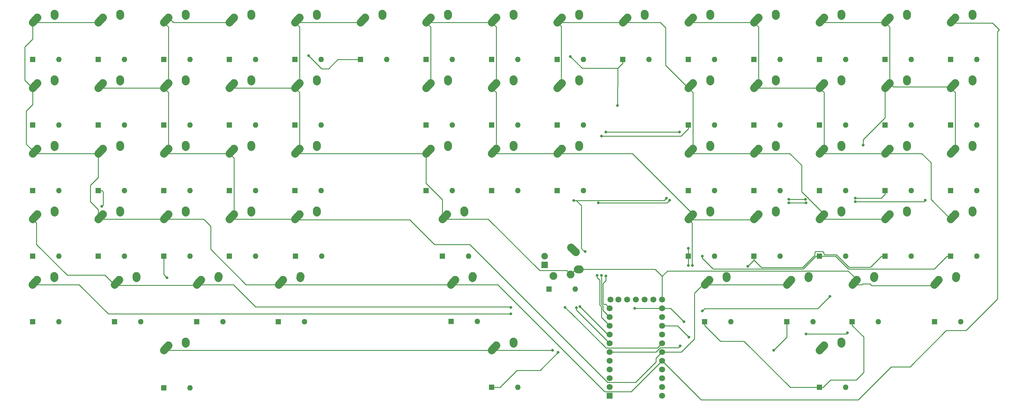
<source format=gbr>
G04 #@! TF.GenerationSoftware,KiCad,Pcbnew,(5.1.2)-2*
G04 #@! TF.CreationDate,2019-06-19T01:42:53+05:00*
G04 #@! TF.ProjectId,rudeboard,72756465-626f-4617-9264-2e6b69636164,1*
G04 #@! TF.SameCoordinates,Original*
G04 #@! TF.FileFunction,Copper,L1,Top*
G04 #@! TF.FilePolarity,Positive*
%FSLAX46Y46*%
G04 Gerber Fmt 4.6, Leading zero omitted, Abs format (unit mm)*
G04 Created by KiCad (PCBNEW (5.1.2)-2) date 2019-06-19 01:42:53*
%MOMM*%
%LPD*%
G04 APERTURE LIST*
%ADD10C,2.250000*%
%ADD11C,2.250000*%
%ADD12C,1.905000*%
%ADD13R,1.905000X1.905000*%
%ADD14C,1.752600*%
%ADD15R,1.752600X1.752600*%
%ADD16O,1.600000X1.600000*%
%ADD17R,1.600000X1.600000*%
%ADD18C,0.800000*%
%ADD19C,0.250000*%
G04 APERTURE END LIST*
D10*
X342114500Y-142812000D03*
X341459501Y-143542000D03*
D11*
X340804500Y-144272000D02*
X342114502Y-142812000D01*
D10*
X347154500Y-141732000D03*
X347134500Y-142022000D03*
D11*
X347114500Y-142312000D02*
X347154500Y-141732000D01*
D10*
X275439500Y-142812000D03*
X274784501Y-143542000D03*
D11*
X274129500Y-144272000D02*
X275439502Y-142812000D01*
D10*
X280479500Y-141732000D03*
X280459500Y-142022000D03*
D11*
X280439500Y-142312000D02*
X280479500Y-141732000D01*
D10*
X151614500Y-142812000D03*
X150959501Y-143542000D03*
D11*
X150304500Y-144272000D02*
X151614502Y-142812000D01*
D10*
X156654500Y-141732000D03*
X156634500Y-142022000D03*
D11*
X156614500Y-142312000D02*
X156654500Y-141732000D01*
D10*
X103989500Y-142812000D03*
X103334501Y-143542000D03*
D11*
X102679500Y-144272000D02*
X103989502Y-142812000D01*
D10*
X109029500Y-141732000D03*
X109009500Y-142022000D03*
D11*
X108989500Y-142312000D02*
X109029500Y-141732000D01*
D10*
X201620750Y-142812000D03*
X200965751Y-143542000D03*
D11*
X200310750Y-144272000D02*
X201620752Y-142812000D01*
D10*
X206660750Y-141732000D03*
X206640750Y-142022000D03*
D11*
X206620750Y-142312000D02*
X206660750Y-141732000D01*
D10*
X318302000Y-142812000D03*
X317647001Y-143542000D03*
D11*
X316992000Y-144272000D02*
X318302002Y-142812000D01*
D10*
X323342000Y-141732000D03*
X323322000Y-142022000D03*
D11*
X323302000Y-142312000D02*
X323342000Y-141732000D01*
D10*
X80113500Y-142812000D03*
X79458501Y-143542000D03*
D11*
X78803500Y-144272000D02*
X80113502Y-142812000D01*
D10*
X85153500Y-141732000D03*
X85133500Y-142022000D03*
D11*
X85113500Y-142312000D02*
X85153500Y-141732000D01*
D10*
X230164000Y-141787000D03*
X235164000Y-141287000D03*
D12*
X227584000Y-136017000D03*
D13*
X227584000Y-138557000D03*
D10*
X236664000Y-134787000D03*
X235934004Y-134131995D03*
D11*
X235204000Y-133477000D02*
X236664008Y-134786990D01*
D10*
X237744000Y-139827000D03*
X237454000Y-139806999D03*
D11*
X237164000Y-139787000D02*
X237744000Y-139826998D01*
D10*
X199239500Y-123762000D03*
X198584501Y-124492000D03*
D11*
X197929500Y-125222000D02*
X199239502Y-123762000D01*
D10*
X204279500Y-122682000D03*
X204259500Y-122972000D03*
D11*
X204239500Y-123262000D02*
X204279500Y-122682000D01*
D14*
X249047000Y-148590000D03*
X251587000Y-148590000D03*
X254127000Y-148590000D03*
X256667000Y-148590000D03*
X259207000Y-148590000D03*
X261747000Y-176530000D03*
X246735600Y-148590000D03*
X261747000Y-173990000D03*
X261747000Y-171450000D03*
X261747000Y-168910000D03*
X261747000Y-166370000D03*
X261747000Y-163830000D03*
X261747000Y-161290000D03*
X261747000Y-158750000D03*
X261747000Y-156210000D03*
X261747000Y-153670000D03*
X261747000Y-151130000D03*
X261747000Y-148590000D03*
X246507000Y-151130000D03*
X246507000Y-153670000D03*
X246507000Y-156210000D03*
X246507000Y-158750000D03*
X246507000Y-161290000D03*
X246507000Y-163830000D03*
X246507000Y-166370000D03*
X246507000Y-168910000D03*
X246507000Y-171450000D03*
X246507000Y-173990000D03*
D15*
X246507000Y-176530000D03*
D10*
X213527000Y-66612000D03*
X212872001Y-67342000D03*
D11*
X212217000Y-68072000D02*
X213527002Y-66612000D01*
D10*
X218567000Y-65532000D03*
X218547000Y-65822000D03*
D11*
X218527000Y-66112000D02*
X218567000Y-65532000D01*
D10*
X308777000Y-161862000D03*
X308122001Y-162592000D03*
D11*
X307467000Y-163322000D02*
X308777002Y-161862000D01*
D10*
X313817000Y-160782000D03*
X313797000Y-161072000D03*
D11*
X313777000Y-161362000D02*
X313817000Y-160782000D01*
D10*
X213527000Y-161862000D03*
X212872001Y-162592000D03*
D11*
X212217000Y-163322000D02*
X213527002Y-161862000D01*
D10*
X218567000Y-160782000D03*
X218547000Y-161072000D03*
D11*
X218527000Y-161362000D02*
X218567000Y-160782000D01*
D10*
X118277000Y-161862000D03*
X117622001Y-162592000D03*
D11*
X116967000Y-163322000D02*
X118277002Y-161862000D01*
D10*
X123317000Y-160782000D03*
X123297000Y-161072000D03*
D11*
X123277000Y-161362000D02*
X123317000Y-160782000D01*
D10*
X299252000Y-142812000D03*
X298597001Y-143542000D03*
D11*
X297942000Y-144272000D02*
X299252002Y-142812000D01*
D10*
X304292000Y-141732000D03*
X304272000Y-142022000D03*
D11*
X304252000Y-142312000D02*
X304292000Y-141732000D01*
D10*
X127802000Y-142812000D03*
X127147001Y-143542000D03*
D11*
X126492000Y-144272000D02*
X127802002Y-142812000D01*
D10*
X132842000Y-141732000D03*
X132822000Y-142022000D03*
D11*
X132802000Y-142312000D02*
X132842000Y-141732000D01*
D10*
X346877000Y-123762000D03*
X346222001Y-124492000D03*
D11*
X345567000Y-125222000D02*
X346877002Y-123762000D01*
D10*
X351917000Y-122682000D03*
X351897000Y-122972000D03*
D11*
X351877000Y-123262000D02*
X351917000Y-122682000D01*
D10*
X327827000Y-123762000D03*
X327172001Y-124492000D03*
D11*
X326517000Y-125222000D02*
X327827002Y-123762000D01*
D10*
X332867000Y-122682000D03*
X332847000Y-122972000D03*
D11*
X332827000Y-123262000D02*
X332867000Y-122682000D01*
D10*
X308777000Y-123762000D03*
X308122001Y-124492000D03*
D11*
X307467000Y-125222000D02*
X308777002Y-123762000D01*
D10*
X313817000Y-122682000D03*
X313797000Y-122972000D03*
D11*
X313777000Y-123262000D02*
X313817000Y-122682000D01*
D10*
X289727000Y-123762000D03*
X289072001Y-124492000D03*
D11*
X288417000Y-125222000D02*
X289727002Y-123762000D01*
D10*
X294767000Y-122682000D03*
X294747000Y-122972000D03*
D11*
X294727000Y-123262000D02*
X294767000Y-122682000D01*
D10*
X270677000Y-123762000D03*
X270022001Y-124492000D03*
D11*
X269367000Y-125222000D02*
X270677002Y-123762000D01*
D10*
X275717000Y-122682000D03*
X275697000Y-122972000D03*
D11*
X275677000Y-123262000D02*
X275717000Y-122682000D01*
D10*
X156377000Y-123762000D03*
X155722001Y-124492000D03*
D11*
X155067000Y-125222000D02*
X156377002Y-123762000D01*
D10*
X161417000Y-122682000D03*
X161397000Y-122972000D03*
D11*
X161377000Y-123262000D02*
X161417000Y-122682000D01*
D10*
X137327000Y-123762000D03*
X136672001Y-124492000D03*
D11*
X136017000Y-125222000D02*
X137327002Y-123762000D01*
D10*
X142367000Y-122682000D03*
X142347000Y-122972000D03*
D11*
X142327000Y-123262000D02*
X142367000Y-122682000D01*
D10*
X118277000Y-123762000D03*
X117622001Y-124492000D03*
D11*
X116967000Y-125222000D02*
X118277002Y-123762000D01*
D10*
X123317000Y-122682000D03*
X123297000Y-122972000D03*
D11*
X123277000Y-123262000D02*
X123317000Y-122682000D01*
D10*
X99227000Y-123762000D03*
X98572001Y-124492000D03*
D11*
X97917000Y-125222000D02*
X99227002Y-123762000D01*
D10*
X104267000Y-122682000D03*
X104247000Y-122972000D03*
D11*
X104227000Y-123262000D02*
X104267000Y-122682000D01*
D10*
X80177000Y-123762000D03*
X79522001Y-124492000D03*
D11*
X78867000Y-125222000D02*
X80177002Y-123762000D01*
D10*
X85217000Y-122682000D03*
X85197000Y-122972000D03*
D11*
X85177000Y-123262000D02*
X85217000Y-122682000D01*
D10*
X346877000Y-104712000D03*
X346222001Y-105442000D03*
D11*
X345567000Y-106172000D02*
X346877002Y-104712000D01*
D10*
X351917000Y-103632000D03*
X351897000Y-103922000D03*
D11*
X351877000Y-104212000D02*
X351917000Y-103632000D01*
D10*
X327827000Y-104712000D03*
X327172001Y-105442000D03*
D11*
X326517000Y-106172000D02*
X327827002Y-104712000D01*
D10*
X332867000Y-103632000D03*
X332847000Y-103922000D03*
D11*
X332827000Y-104212000D02*
X332867000Y-103632000D01*
D10*
X308777000Y-104712000D03*
X308122001Y-105442000D03*
D11*
X307467000Y-106172000D02*
X308777002Y-104712000D01*
D10*
X313817000Y-103632000D03*
X313797000Y-103922000D03*
D11*
X313777000Y-104212000D02*
X313817000Y-103632000D01*
D10*
X289727000Y-104712000D03*
X289072001Y-105442000D03*
D11*
X288417000Y-106172000D02*
X289727002Y-104712000D01*
D10*
X294767000Y-103632000D03*
X294747000Y-103922000D03*
D11*
X294727000Y-104212000D02*
X294767000Y-103632000D01*
D10*
X270677000Y-104712000D03*
X270022001Y-105442000D03*
D11*
X269367000Y-106172000D02*
X270677002Y-104712000D01*
D10*
X275717000Y-103632000D03*
X275697000Y-103922000D03*
D11*
X275677000Y-104212000D02*
X275717000Y-103632000D01*
D10*
X232577000Y-104712000D03*
X231922001Y-105442000D03*
D11*
X231267000Y-106172000D02*
X232577002Y-104712000D01*
D10*
X237617000Y-103632000D03*
X237597000Y-103922000D03*
D11*
X237577000Y-104212000D02*
X237617000Y-103632000D01*
D10*
X213527000Y-104712000D03*
X212872001Y-105442000D03*
D11*
X212217000Y-106172000D02*
X213527002Y-104712000D01*
D10*
X218567000Y-103632000D03*
X218547000Y-103922000D03*
D11*
X218527000Y-104212000D02*
X218567000Y-103632000D01*
D10*
X194477000Y-104712000D03*
X193822001Y-105442000D03*
D11*
X193167000Y-106172000D02*
X194477002Y-104712000D01*
D10*
X199517000Y-103632000D03*
X199497000Y-103922000D03*
D11*
X199477000Y-104212000D02*
X199517000Y-103632000D01*
D10*
X156377000Y-104712000D03*
X155722001Y-105442000D03*
D11*
X155067000Y-106172000D02*
X156377002Y-104712000D01*
D10*
X161417000Y-103632000D03*
X161397000Y-103922000D03*
D11*
X161377000Y-104212000D02*
X161417000Y-103632000D01*
D10*
X137327000Y-104712000D03*
X136672001Y-105442000D03*
D11*
X136017000Y-106172000D02*
X137327002Y-104712000D01*
D10*
X142367000Y-103632000D03*
X142347000Y-103922000D03*
D11*
X142327000Y-104212000D02*
X142367000Y-103632000D01*
D10*
X118277000Y-104712000D03*
X117622001Y-105442000D03*
D11*
X116967000Y-106172000D02*
X118277002Y-104712000D01*
D10*
X123317000Y-103632000D03*
X123297000Y-103922000D03*
D11*
X123277000Y-104212000D02*
X123317000Y-103632000D01*
D10*
X99227000Y-104712000D03*
X98572001Y-105442000D03*
D11*
X97917000Y-106172000D02*
X99227002Y-104712000D01*
D10*
X104267000Y-103632000D03*
X104247000Y-103922000D03*
D11*
X104227000Y-104212000D02*
X104267000Y-103632000D01*
D10*
X80177000Y-104712000D03*
X79522001Y-105442000D03*
D11*
X78867000Y-106172000D02*
X80177002Y-104712000D01*
D10*
X85217000Y-103632000D03*
X85197000Y-103922000D03*
D11*
X85177000Y-104212000D02*
X85217000Y-103632000D01*
D10*
X346877000Y-85662000D03*
X346222001Y-86392000D03*
D11*
X345567000Y-87122000D02*
X346877002Y-85662000D01*
D10*
X351917000Y-84582000D03*
X351897000Y-84872000D03*
D11*
X351877000Y-85162000D02*
X351917000Y-84582000D01*
D10*
X327827000Y-85662000D03*
X327172001Y-86392000D03*
D11*
X326517000Y-87122000D02*
X327827002Y-85662000D01*
D10*
X332867000Y-84582000D03*
X332847000Y-84872000D03*
D11*
X332827000Y-85162000D02*
X332867000Y-84582000D01*
D10*
X308777000Y-85662000D03*
X308122001Y-86392000D03*
D11*
X307467000Y-87122000D02*
X308777002Y-85662000D01*
D10*
X313817000Y-84582000D03*
X313797000Y-84872000D03*
D11*
X313777000Y-85162000D02*
X313817000Y-84582000D01*
D10*
X289727000Y-85662000D03*
X289072001Y-86392000D03*
D11*
X288417000Y-87122000D02*
X289727002Y-85662000D01*
D10*
X294767000Y-84582000D03*
X294747000Y-84872000D03*
D11*
X294727000Y-85162000D02*
X294767000Y-84582000D01*
D10*
X270677000Y-85662000D03*
X270022001Y-86392000D03*
D11*
X269367000Y-87122000D02*
X270677002Y-85662000D01*
D10*
X275717000Y-84582000D03*
X275697000Y-84872000D03*
D11*
X275677000Y-85162000D02*
X275717000Y-84582000D01*
D10*
X232577000Y-85662000D03*
X231922001Y-86392000D03*
D11*
X231267000Y-87122000D02*
X232577002Y-85662000D01*
D10*
X237617000Y-84582000D03*
X237597000Y-84872000D03*
D11*
X237577000Y-85162000D02*
X237617000Y-84582000D01*
D10*
X213527000Y-85662000D03*
X212872001Y-86392000D03*
D11*
X212217000Y-87122000D02*
X213527002Y-85662000D01*
D10*
X218567000Y-84582000D03*
X218547000Y-84872000D03*
D11*
X218527000Y-85162000D02*
X218567000Y-84582000D01*
D10*
X194477000Y-85662000D03*
X193822001Y-86392000D03*
D11*
X193167000Y-87122000D02*
X194477002Y-85662000D01*
D10*
X199517000Y-84582000D03*
X199497000Y-84872000D03*
D11*
X199477000Y-85162000D02*
X199517000Y-84582000D01*
D10*
X156377000Y-85662000D03*
X155722001Y-86392000D03*
D11*
X155067000Y-87122000D02*
X156377002Y-85662000D01*
D10*
X161417000Y-84582000D03*
X161397000Y-84872000D03*
D11*
X161377000Y-85162000D02*
X161417000Y-84582000D01*
D10*
X137327000Y-85662000D03*
X136672001Y-86392000D03*
D11*
X136017000Y-87122000D02*
X137327002Y-85662000D01*
D10*
X142367000Y-84582000D03*
X142347000Y-84872000D03*
D11*
X142327000Y-85162000D02*
X142367000Y-84582000D01*
D10*
X118277000Y-85662000D03*
X117622001Y-86392000D03*
D11*
X116967000Y-87122000D02*
X118277002Y-85662000D01*
D10*
X123317000Y-84582000D03*
X123297000Y-84872000D03*
D11*
X123277000Y-85162000D02*
X123317000Y-84582000D01*
D10*
X99227000Y-85662000D03*
X98572001Y-86392000D03*
D11*
X97917000Y-87122000D02*
X99227002Y-85662000D01*
D10*
X104267000Y-84582000D03*
X104247000Y-84872000D03*
D11*
X104227000Y-85162000D02*
X104267000Y-84582000D01*
D10*
X80177000Y-85662000D03*
X79522001Y-86392000D03*
D11*
X78867000Y-87122000D02*
X80177002Y-85662000D01*
D10*
X85217000Y-84582000D03*
X85197000Y-84872000D03*
D11*
X85177000Y-85162000D02*
X85217000Y-84582000D01*
D10*
X346877000Y-66612000D03*
X346222001Y-67342000D03*
D11*
X345567000Y-68072000D02*
X346877002Y-66612000D01*
D10*
X351917000Y-65532000D03*
X351897000Y-65822000D03*
D11*
X351877000Y-66112000D02*
X351917000Y-65532000D01*
D10*
X327827000Y-66612000D03*
X327172001Y-67342000D03*
D11*
X326517000Y-68072000D02*
X327827002Y-66612000D01*
D10*
X332867000Y-65532000D03*
X332847000Y-65822000D03*
D11*
X332827000Y-66112000D02*
X332867000Y-65532000D01*
D10*
X308777000Y-66612000D03*
X308122001Y-67342000D03*
D11*
X307467000Y-68072000D02*
X308777002Y-66612000D01*
D10*
X313817000Y-65532000D03*
X313797000Y-65822000D03*
D11*
X313777000Y-66112000D02*
X313817000Y-65532000D01*
D10*
X289727000Y-66612000D03*
X289072001Y-67342000D03*
D11*
X288417000Y-68072000D02*
X289727002Y-66612000D01*
D10*
X294767000Y-65532000D03*
X294747000Y-65822000D03*
D11*
X294727000Y-66112000D02*
X294767000Y-65532000D01*
D10*
X270677000Y-66612000D03*
X270022001Y-67342000D03*
D11*
X269367000Y-68072000D02*
X270677002Y-66612000D01*
D10*
X275717000Y-65532000D03*
X275697000Y-65822000D03*
D11*
X275677000Y-66112000D02*
X275717000Y-65532000D01*
D10*
X251627000Y-66612000D03*
X250972001Y-67342000D03*
D11*
X250317000Y-68072000D02*
X251627002Y-66612000D01*
D10*
X256667000Y-65532000D03*
X256647000Y-65822000D03*
D11*
X256627000Y-66112000D02*
X256667000Y-65532000D01*
D10*
X232577000Y-66612000D03*
X231922001Y-67342000D03*
D11*
X231267000Y-68072000D02*
X232577002Y-66612000D01*
D10*
X237617000Y-65532000D03*
X237597000Y-65822000D03*
D11*
X237577000Y-66112000D02*
X237617000Y-65532000D01*
D10*
X194477000Y-66612000D03*
X193822001Y-67342000D03*
D11*
X193167000Y-68072000D02*
X194477002Y-66612000D01*
D10*
X199517000Y-65532000D03*
X199497000Y-65822000D03*
D11*
X199477000Y-66112000D02*
X199517000Y-65532000D01*
D10*
X175427000Y-66612000D03*
X174772001Y-67342000D03*
D11*
X174117000Y-68072000D02*
X175427002Y-66612000D01*
D10*
X180467000Y-65532000D03*
X180447000Y-65822000D03*
D11*
X180427000Y-66112000D02*
X180467000Y-65532000D01*
D10*
X156377000Y-66612000D03*
X155722001Y-67342000D03*
D11*
X155067000Y-68072000D02*
X156377002Y-66612000D01*
D10*
X161417000Y-65532000D03*
X161397000Y-65822000D03*
D11*
X161377000Y-66112000D02*
X161417000Y-65532000D01*
D10*
X137327000Y-66612000D03*
X136672001Y-67342000D03*
D11*
X136017000Y-68072000D02*
X137327002Y-66612000D01*
D10*
X142367000Y-65532000D03*
X142347000Y-65822000D03*
D11*
X142327000Y-66112000D02*
X142367000Y-65532000D01*
D10*
X118277000Y-66612000D03*
X117622001Y-67342000D03*
D11*
X116967000Y-68072000D02*
X118277002Y-66612000D01*
D10*
X123317000Y-65532000D03*
X123297000Y-65822000D03*
D11*
X123277000Y-66112000D02*
X123317000Y-65532000D01*
D10*
X99227000Y-66612000D03*
X98572001Y-67342000D03*
D11*
X97917000Y-68072000D02*
X99227002Y-66612000D01*
D10*
X104267000Y-65532000D03*
X104247000Y-65822000D03*
D11*
X104227000Y-66112000D02*
X104267000Y-65532000D01*
D10*
X80177000Y-66612000D03*
X79522001Y-67342000D03*
D11*
X78867000Y-68072000D02*
X80177002Y-66612000D01*
D10*
X85217000Y-65532000D03*
X85197000Y-65822000D03*
D11*
X85177000Y-66112000D02*
X85217000Y-65532000D01*
D16*
X315087000Y-174117000D03*
D17*
X307467000Y-174117000D03*
D16*
X219837000Y-174117000D03*
D17*
X212217000Y-174117000D03*
D16*
X124587000Y-174244000D03*
D17*
X116967000Y-174244000D03*
D16*
X348488000Y-155067000D03*
D17*
X340868000Y-155067000D03*
D16*
X324548500Y-155067000D03*
D17*
X316928500Y-155067000D03*
D16*
X305562000Y-155067000D03*
D17*
X297942000Y-155067000D03*
D16*
X281686000Y-155067000D03*
D17*
X274066000Y-155067000D03*
D16*
X208026000Y-154940000D03*
D17*
X200406000Y-154940000D03*
D16*
X157861000Y-155067000D03*
D17*
X150241000Y-155067000D03*
D16*
X134112000Y-155067000D03*
D17*
X126492000Y-155067000D03*
D16*
X110299500Y-155067000D03*
D17*
X102679500Y-155067000D03*
D16*
X86487000Y-155067000D03*
D17*
X78867000Y-155067000D03*
D16*
X353187000Y-136017000D03*
D17*
X345567000Y-136017000D03*
D16*
X334137000Y-136017000D03*
D17*
X326517000Y-136017000D03*
D16*
X315087000Y-136017000D03*
D17*
X307467000Y-136017000D03*
D16*
X296037000Y-136017000D03*
D17*
X288417000Y-136017000D03*
D16*
X276987000Y-136017000D03*
D17*
X269367000Y-136017000D03*
D16*
X236474000Y-145542000D03*
D17*
X228854000Y-145542000D03*
D16*
X205486000Y-136017000D03*
D17*
X197866000Y-136017000D03*
D16*
X162814000Y-136017000D03*
D17*
X155194000Y-136017000D03*
D16*
X143637000Y-136017000D03*
D17*
X136017000Y-136017000D03*
D16*
X124587000Y-136017000D03*
D17*
X116967000Y-136017000D03*
D16*
X105537000Y-136017000D03*
D17*
X97917000Y-136017000D03*
D16*
X86487000Y-136017000D03*
D17*
X78867000Y-136017000D03*
D16*
X353187000Y-116967000D03*
D17*
X345567000Y-116967000D03*
D16*
X334137000Y-116967000D03*
D17*
X326517000Y-116967000D03*
D16*
X315087000Y-116967000D03*
D17*
X307467000Y-116967000D03*
D16*
X296037000Y-116967000D03*
D17*
X288417000Y-116967000D03*
D16*
X276987000Y-116967000D03*
D17*
X269367000Y-116967000D03*
D16*
X238887000Y-116967000D03*
D17*
X231267000Y-116967000D03*
D16*
X219837000Y-116967000D03*
D17*
X212217000Y-116967000D03*
D16*
X200787000Y-116967000D03*
D17*
X193167000Y-116967000D03*
D16*
X162687000Y-116967000D03*
D17*
X155067000Y-116967000D03*
D16*
X143637000Y-116967000D03*
D17*
X136017000Y-116967000D03*
D16*
X124587000Y-116967000D03*
D17*
X116967000Y-116967000D03*
D16*
X105537000Y-116967000D03*
D17*
X97917000Y-116967000D03*
D16*
X86487000Y-116967000D03*
D17*
X78867000Y-116967000D03*
D16*
X353187000Y-97917000D03*
D17*
X345567000Y-97917000D03*
D16*
X334137000Y-97917000D03*
D17*
X326517000Y-97917000D03*
D16*
X315087000Y-97917000D03*
D17*
X307467000Y-97917000D03*
D16*
X296037000Y-97917000D03*
D17*
X288417000Y-97917000D03*
D16*
X276987000Y-97917000D03*
D17*
X269367000Y-97917000D03*
D16*
X238887000Y-97917000D03*
D17*
X231267000Y-97917000D03*
D16*
X219837000Y-97917000D03*
D17*
X212217000Y-97917000D03*
D16*
X200787000Y-97917000D03*
D17*
X193167000Y-97917000D03*
D16*
X162687000Y-97917000D03*
D17*
X155067000Y-97917000D03*
D16*
X143637000Y-97917000D03*
D17*
X136017000Y-97917000D03*
D16*
X124587000Y-97917000D03*
D17*
X116967000Y-97917000D03*
D16*
X105537000Y-97917000D03*
D17*
X97917000Y-97917000D03*
D16*
X86487000Y-97917000D03*
D17*
X78867000Y-97917000D03*
D16*
X353187000Y-78867000D03*
D17*
X345567000Y-78867000D03*
D16*
X334137000Y-78867000D03*
D17*
X326517000Y-78867000D03*
D16*
X315087000Y-78867000D03*
D17*
X307467000Y-78867000D03*
D16*
X296037000Y-78867000D03*
D17*
X288417000Y-78867000D03*
D16*
X276987000Y-78867000D03*
D17*
X269367000Y-78867000D03*
D16*
X257937000Y-78867000D03*
D17*
X250317000Y-78867000D03*
D16*
X238887000Y-78867000D03*
D17*
X231267000Y-78867000D03*
D16*
X219837000Y-78867000D03*
D17*
X212217000Y-78867000D03*
D16*
X200787000Y-78867000D03*
D17*
X193167000Y-78867000D03*
D16*
X181737000Y-78867000D03*
D17*
X174117000Y-78867000D03*
D16*
X162687000Y-78867000D03*
D17*
X155067000Y-78867000D03*
D16*
X143637000Y-78867000D03*
D17*
X136017000Y-78867000D03*
D16*
X124587000Y-78867000D03*
D17*
X116967000Y-78867000D03*
D16*
X105537000Y-78867000D03*
D17*
X97917000Y-78867000D03*
D16*
X86487000Y-78867000D03*
D17*
X78867000Y-78867000D03*
D18*
X159004000Y-77724000D03*
X235077000Y-77978000D03*
X248793000Y-92202000D03*
X266827000Y-99949000D03*
X245364000Y-99949000D03*
X245364000Y-141732000D03*
X244094000Y-101092000D03*
X244094000Y-141605000D03*
X243205000Y-120523000D03*
X263906000Y-119761000D03*
X298577000Y-120523000D03*
X317881000Y-120142000D03*
X338201000Y-119761000D03*
X303530000Y-120523000D03*
X242824000Y-141605000D03*
X98933000Y-121539000D03*
X236093000Y-119798000D03*
X239395000Y-134620000D03*
X237871000Y-150622000D03*
X263017000Y-119126000D03*
X298577000Y-119507000D03*
X303403000Y-119507000D03*
X317881000Y-119126000D03*
X236855000Y-151003000D03*
X269367000Y-138684000D03*
X269367000Y-133731000D03*
X273431000Y-136017000D03*
X117856000Y-142240000D03*
X233553000Y-150876000D03*
X286639000Y-138938000D03*
X231525653Y-163952347D03*
X303530000Y-158623000D03*
X315595000Y-158242000D03*
X266954000Y-162052000D03*
X294132000Y-163322000D03*
X270510000Y-138684000D03*
X229870000Y-163322000D03*
X269494000Y-159512000D03*
X217805000Y-152781000D03*
X217805000Y-150876000D03*
X253746000Y-151130000D03*
X310515000Y-147701000D03*
X273431000Y-151892000D03*
X268097000Y-155067000D03*
X320167000Y-103759000D03*
D19*
X159004000Y-77724000D02*
X162814000Y-81534000D01*
X162814000Y-81534000D02*
X164846000Y-81534000D01*
X167513000Y-78867000D02*
X174117000Y-78867000D01*
X164846000Y-81534000D02*
X167513000Y-78867000D01*
X250317000Y-79917000D02*
X250317000Y-78867000D01*
X248827000Y-81407000D02*
X250317000Y-79917000D01*
X238506000Y-81407000D02*
X248827000Y-81407000D01*
X235077000Y-77978000D02*
X238506000Y-81407000D01*
X248827000Y-81407000D02*
X248793000Y-92202000D01*
X245364000Y-99949000D02*
X266827000Y-99949000D01*
X244729000Y-149987000D02*
X245364000Y-149987000D01*
X244544010Y-149802010D02*
X244729000Y-149987000D01*
X245364000Y-149987000D02*
X246507000Y-151130000D01*
X245364000Y-141732000D02*
X245364000Y-143129000D01*
X245364000Y-143129000D02*
X244544010Y-143948990D01*
X244544010Y-143948990D02*
X244544010Y-149802010D01*
X244094000Y-101092000D02*
X267242000Y-101092000D01*
X267242000Y-101092000D02*
X269367000Y-98967000D01*
X269367000Y-98967000D02*
X269367000Y-97917000D01*
X244542599Y-151705599D02*
X246507000Y-153670000D01*
X244542599Y-150437009D02*
X244542599Y-151705599D01*
X244094000Y-141605000D02*
X244094001Y-149988411D01*
X244094001Y-149988411D02*
X244542599Y-150437009D01*
X243205000Y-120523000D02*
X262001000Y-120523000D01*
X262001000Y-120523000D02*
X263144000Y-120523000D01*
X263144000Y-120523000D02*
X263906000Y-119761000D01*
X317881000Y-120142000D02*
X337820000Y-120142000D01*
X337820000Y-120142000D02*
X338201000Y-119761000D01*
X303530000Y-120523000D02*
X298577000Y-120523000D01*
X242824000Y-142170685D02*
X243528315Y-142875000D01*
X242824000Y-141605000D02*
X242824000Y-142170685D01*
X243643992Y-142932992D02*
X243643992Y-150174812D01*
X243528315Y-142875000D02*
X243586000Y-142875000D01*
X243586000Y-142875000D02*
X243643992Y-142932992D01*
X245630701Y-155333701D02*
X246507000Y-156210000D01*
X244092589Y-153795589D02*
X245630701Y-155333701D01*
X244092589Y-150623409D02*
X244092589Y-153795589D01*
X243643992Y-150174812D02*
X244092589Y-150623409D01*
X98967000Y-116967000D02*
X97917000Y-116967000D01*
X99332999Y-117332999D02*
X98967000Y-116967000D01*
X99332999Y-121139001D02*
X99332999Y-117332999D01*
X98933000Y-121539000D02*
X99332999Y-121139001D01*
X236093000Y-119798000D02*
X236765000Y-119798000D01*
X236765000Y-119798000D02*
X238252000Y-121285000D01*
X238252000Y-121285000D02*
X238252000Y-127000000D01*
X238252000Y-127000000D02*
X238252000Y-133731000D01*
X238252000Y-133731000D02*
X239141000Y-134620000D01*
X239141000Y-134620000D02*
X239395000Y-134620000D01*
X245999000Y-158750000D02*
X246507000Y-158750000D01*
X237871000Y-150622000D02*
X245999000Y-158750000D01*
X236765000Y-119798000D02*
X262345000Y-119798000D01*
X262345000Y-119798000D02*
X263017000Y-119126000D01*
X298577000Y-119507000D02*
X303403000Y-119507000D01*
X326517000Y-118017000D02*
X326517000Y-116967000D01*
X325408000Y-119126000D02*
X326517000Y-118017000D01*
X317881000Y-119126000D02*
X325408000Y-119126000D01*
X236855000Y-151638000D02*
X246507000Y-161290000D01*
X236855000Y-151003000D02*
X236855000Y-151638000D01*
X269367000Y-136017000D02*
X269367000Y-137067000D01*
X269367000Y-137067000D02*
X269367000Y-138684000D01*
X269367000Y-136017000D02*
X269367000Y-133731000D01*
X273431000Y-136582685D02*
X276548315Y-139700000D01*
X273431000Y-136017000D02*
X273431000Y-136582685D01*
X306417000Y-136017000D02*
X307467000Y-136017000D01*
X302734000Y-139700000D02*
X306417000Y-136017000D01*
X276548315Y-139700000D02*
X302734000Y-139700000D01*
X312143410Y-136017000D02*
X315826410Y-139700000D01*
X307467000Y-136017000D02*
X312143410Y-136017000D01*
X344517000Y-136017000D02*
X345567000Y-136017000D01*
X340834000Y-139700000D02*
X344517000Y-136017000D01*
X315826410Y-139700000D02*
X340834000Y-139700000D01*
X116967000Y-136017000D02*
X116967000Y-141351000D01*
X116967000Y-141351000D02*
X117856000Y-142240000D01*
X235204000Y-152527000D02*
X245237000Y-162433000D01*
X233553000Y-150876000D02*
X235204000Y-152527000D01*
X260870701Y-162166299D02*
X261747000Y-161290000D01*
X260408301Y-162628699D02*
X260870701Y-162166299D01*
X245432699Y-162628699D02*
X260408301Y-162628699D01*
X245237000Y-162433000D02*
X245432699Y-162628699D01*
X325467000Y-136017000D02*
X326517000Y-136017000D01*
X306324000Y-134620000D02*
X308356000Y-134620000D01*
X306070000Y-135727590D02*
X306070000Y-134874000D01*
X308737000Y-135001000D02*
X308737000Y-135382000D01*
X302547600Y-139249990D02*
X306070000Y-135727590D01*
X306070000Y-134874000D02*
X306324000Y-134620000D01*
X290599990Y-139249990D02*
X302547600Y-139249990D01*
X312801000Y-136017000D02*
X315976000Y-139192000D01*
X288417000Y-137067000D02*
X290599990Y-139249990D01*
X288417000Y-136017000D02*
X288417000Y-137067000D01*
X308356000Y-134620000D02*
X308737000Y-135001000D01*
X308737000Y-135382000D02*
X308921990Y-135566990D01*
X308921990Y-135566990D02*
X312329810Y-135566990D01*
X312329810Y-135566990D02*
X312779820Y-136017000D01*
X312779820Y-136017000D02*
X312801000Y-136017000D01*
X315976000Y-139192000D02*
X322292000Y-139192000D01*
X322292000Y-139192000D02*
X325467000Y-136017000D01*
X288417000Y-137067000D02*
X288417000Y-137160000D01*
X288417000Y-137160000D02*
X286639000Y-138938000D01*
X298958000Y-174117000D02*
X307467000Y-174117000D01*
X285567001Y-160726001D02*
X298958000Y-174117000D01*
X278675001Y-160726001D02*
X285567001Y-160726001D01*
X274066000Y-155067000D02*
X274066000Y-156117000D01*
X274066000Y-156117000D02*
X278675001Y-160726001D01*
X316928500Y-156117000D02*
X320294000Y-159482500D01*
X316928500Y-155067000D02*
X316928500Y-156117000D01*
X320294000Y-159482500D02*
X320294000Y-169799000D01*
X320294000Y-169799000D02*
X318135000Y-171958000D01*
X308517000Y-174117000D02*
X307467000Y-174117000D01*
X310676000Y-171958000D02*
X308517000Y-174117000D01*
X318135000Y-171958000D02*
X310676000Y-171958000D01*
X214628002Y-174117000D02*
X219581002Y-169164000D01*
X212217000Y-174117000D02*
X214628002Y-174117000D01*
X219581002Y-169164000D02*
X226314000Y-169164000D01*
X226314000Y-169164000D02*
X231525653Y-163952347D01*
X303530000Y-158623000D02*
X315214000Y-158623000D01*
X315214000Y-158623000D02*
X315595000Y-158242000D01*
X259969074Y-163830000D02*
X261239074Y-162560000D01*
X246507000Y-163830000D02*
X259969074Y-163830000D01*
X261239074Y-162560000D02*
X266446000Y-162560000D01*
X266446000Y-162560000D02*
X266954000Y-162052000D01*
X297942000Y-159512000D02*
X297942000Y-155067000D01*
X294132000Y-163322000D02*
X297942000Y-159512000D01*
X97917000Y-68072000D02*
X97917000Y-66675000D01*
X81637000Y-68072000D02*
X78867000Y-68072000D01*
X97917000Y-68072000D02*
X81637000Y-68072000D01*
X78867000Y-68072000D02*
X78867000Y-72898000D01*
X78867000Y-72898000D02*
X76581000Y-75184000D01*
X76581000Y-84836000D02*
X78867000Y-87122000D01*
X76581000Y-75184000D02*
X76581000Y-84836000D01*
X78867000Y-87122000D02*
X78867000Y-91948000D01*
X76962000Y-93853000D02*
X76962000Y-103378000D01*
X78867000Y-91948000D02*
X76962000Y-93853000D01*
X78296000Y-104712000D02*
X80177000Y-104712000D01*
X76962000Y-103378000D02*
X78296000Y-104712000D01*
X78867000Y-106172000D02*
X97917000Y-106172000D01*
X97917000Y-106172000D02*
X97917000Y-113157000D01*
X97917000Y-113157000D02*
X95631000Y-115443000D01*
X97917000Y-122452000D02*
X97917000Y-125222000D01*
X95631000Y-120166000D02*
X97917000Y-122452000D01*
X95631000Y-115443000D02*
X95631000Y-120166000D01*
X97917000Y-125222000D02*
X116967000Y-125222000D01*
X140843000Y-144272000D02*
X150304500Y-144272000D01*
X130556000Y-133985000D02*
X140843000Y-144272000D01*
X130556000Y-127254000D02*
X130556000Y-133985000D01*
X116967000Y-125222000D02*
X128524000Y-125222000D01*
X128524000Y-125222000D02*
X130556000Y-127254000D01*
X150304500Y-144272000D02*
X200310750Y-144272000D01*
X200310750Y-144272000D02*
X213995000Y-144272000D01*
X260870701Y-167246299D02*
X261747000Y-166370000D01*
X252788301Y-175328699D02*
X260870701Y-167246299D01*
X245051699Y-175328699D02*
X252788301Y-175328699D01*
X213995000Y-144272000D02*
X245051699Y-175328699D01*
X345567000Y-67922000D02*
X346877000Y-66612000D01*
X345567000Y-68072000D02*
X345567000Y-67922000D01*
X345567000Y-68072000D02*
X345788099Y-68293099D01*
X356583099Y-68293099D02*
X356710099Y-68293099D01*
X345788099Y-68293099D02*
X356583099Y-68293099D01*
X262623299Y-167246299D02*
X261747000Y-166370000D01*
X273108301Y-177731301D02*
X262623299Y-167246299D01*
X318711699Y-177731301D02*
X273108301Y-177731301D01*
X328295000Y-168148000D02*
X318711699Y-177731301D01*
X333756000Y-168148000D02*
X328295000Y-168148000D01*
X344297000Y-157607000D02*
X333756000Y-168148000D01*
X356583099Y-68293099D02*
X357726099Y-68293099D01*
X357726099Y-68293099D02*
X359664000Y-70231000D01*
X359664000Y-70231000D02*
X359196235Y-70698765D01*
X359196235Y-70698765D02*
X359196235Y-148422765D01*
X359196235Y-148422765D02*
X350012000Y-157607000D01*
X350012000Y-157607000D02*
X344297000Y-157607000D01*
X119737000Y-68072000D02*
X118277000Y-66612000D01*
X136017000Y-68072000D02*
X119737000Y-68072000D01*
X118277000Y-69382000D02*
X118277000Y-85662000D01*
X116967000Y-68072000D02*
X118277000Y-69382000D01*
X97917000Y-87122000D02*
X116967000Y-87122000D01*
X118277000Y-104862000D02*
X116967000Y-106172000D01*
X118277000Y-88432000D02*
X118277000Y-104862000D01*
X116967000Y-87122000D02*
X118277000Y-88432000D01*
X116967000Y-106172000D02*
X136017000Y-106172000D01*
X137327000Y-107482000D02*
X137327000Y-123762000D01*
X136017000Y-106172000D02*
X137327000Y-107482000D01*
X136017000Y-125222000D02*
X155067000Y-125222000D01*
X155288099Y-125443099D02*
X188435099Y-125443099D01*
X155067000Y-125222000D02*
X155288099Y-125443099D01*
X188435099Y-125443099D02*
X195580000Y-132588000D01*
X245930375Y-172651301D02*
X254068699Y-172651301D01*
X195580000Y-132588000D02*
X205867074Y-132588000D01*
X205867074Y-132588000D02*
X245930375Y-172651301D01*
X254068699Y-172651301D02*
X259969000Y-166751000D01*
X259969000Y-165608000D02*
X261747000Y-163830000D01*
X259969000Y-166751000D02*
X259969000Y-165608000D01*
X267335000Y-163830000D02*
X261747000Y-163830000D01*
X271145000Y-160020000D02*
X267335000Y-163830000D01*
X271145000Y-146750498D02*
X271145000Y-160020000D01*
X274129500Y-144272000D02*
X273623498Y-144272000D01*
X273623498Y-144272000D02*
X271145000Y-146750498D01*
X274129500Y-144272000D02*
X297942000Y-144272000D01*
X157837000Y-68072000D02*
X155067000Y-68072000D01*
X174117000Y-68072000D02*
X157837000Y-68072000D01*
X156377000Y-69382000D02*
X156377000Y-85662000D01*
X155067000Y-68072000D02*
X156377000Y-69382000D01*
X136017000Y-87122000D02*
X155067000Y-87122000D01*
X156377000Y-88432000D02*
X156377000Y-104712000D01*
X155067000Y-87122000D02*
X156377000Y-88432000D01*
X155067000Y-106172000D02*
X193167000Y-106172000D01*
X197929500Y-119544498D02*
X197929500Y-125222000D01*
X193167000Y-114781998D02*
X197929500Y-119544498D01*
X193167000Y-106172000D02*
X193167000Y-114781998D01*
X197929500Y-125222000D02*
X211201000Y-125222000D01*
X234039001Y-140162001D02*
X235164000Y-141287000D01*
X226141001Y-140162001D02*
X234039001Y-140162001D01*
X211201000Y-125222000D02*
X226141001Y-140162001D01*
X236664000Y-139787000D02*
X235164000Y-141287000D01*
X237164000Y-139787000D02*
X236664000Y-139787000D01*
X237164000Y-139787000D02*
X239101000Y-139787000D01*
X261747000Y-141859000D02*
X261747000Y-148590000D01*
X237164000Y-139787000D02*
X259675000Y-139787000D01*
X259675000Y-139787000D02*
X261747000Y-141859000D01*
X317177001Y-141687001D02*
X318302000Y-142812000D01*
X315771999Y-140281999D02*
X317177001Y-141687001D01*
X263324001Y-140281999D02*
X315771999Y-140281999D01*
X261747000Y-141859000D02*
X263324001Y-140281999D01*
X316992000Y-144122000D02*
X318302000Y-142812000D01*
X316992000Y-144272000D02*
X316992000Y-144122000D01*
X340291844Y-143759344D02*
X340804500Y-144272000D01*
X316992000Y-144272000D02*
X317504656Y-143759344D01*
X316992000Y-144272000D02*
X319786000Y-144272000D01*
X319786000Y-144272000D02*
X320040000Y-144018000D01*
X320040000Y-144018000D02*
X322072000Y-144018000D01*
X322072000Y-144018000D02*
X322580000Y-144526000D01*
X340550500Y-144526000D02*
X340804500Y-144272000D01*
X322580000Y-144526000D02*
X340550500Y-144526000D01*
X194477000Y-84071010D02*
X194477000Y-85662000D01*
X193167000Y-68072000D02*
X212217000Y-68072000D01*
X213527000Y-85812000D02*
X212217000Y-87122000D01*
X213527000Y-69382000D02*
X213527000Y-85812000D01*
X212217000Y-68072000D02*
X213527000Y-69382000D01*
X194477000Y-69382000D02*
X194477000Y-85662000D01*
X193167000Y-68072000D02*
X194477000Y-69382000D01*
X213527000Y-88432000D02*
X213527000Y-104712000D01*
X212217000Y-87122000D02*
X213527000Y-88432000D01*
X212217000Y-106172000D02*
X231267000Y-106172000D01*
X253087000Y-106172000D02*
X270677000Y-123762000D01*
X231267000Y-106172000D02*
X253087000Y-106172000D01*
X288195901Y-125443099D02*
X288417000Y-125222000D01*
X269588099Y-125443099D02*
X288195901Y-125443099D01*
X269367000Y-125222000D02*
X269588099Y-125443099D01*
X270492001Y-138666001D02*
X270510000Y-138684000D01*
X269367000Y-125222000D02*
X270492001Y-126347001D01*
X270492001Y-126347001D02*
X270492001Y-138666001D01*
X116967000Y-163322000D02*
X212217000Y-163322000D01*
X212217000Y-163322000D02*
X229870000Y-163322000D01*
X232410000Y-69215000D02*
X231267000Y-68072000D01*
X232410000Y-85979000D02*
X232410000Y-69215000D01*
X231267000Y-87122000D02*
X232410000Y-85979000D01*
X231267000Y-68072000D02*
X250317000Y-68072000D01*
X250317000Y-68072000D02*
X261239000Y-68072000D01*
X261239000Y-68072000D02*
X262763000Y-69596000D01*
X262763000Y-80518000D02*
X269367000Y-87122000D01*
X262763000Y-69596000D02*
X262763000Y-80518000D01*
X270677000Y-88432000D02*
X270677000Y-104712000D01*
X269367000Y-87122000D02*
X270677000Y-88432000D01*
X269367000Y-106172000D02*
X288417000Y-106172000D01*
X307652001Y-122637001D02*
X308777000Y-123762000D01*
X302260000Y-117245000D02*
X307652001Y-122637001D01*
X302260000Y-109601000D02*
X302260000Y-117245000D01*
X298831000Y-106172000D02*
X302260000Y-109601000D01*
X288417000Y-106172000D02*
X298831000Y-106172000D01*
X307467000Y-125222000D02*
X326517000Y-125222000D01*
X261747000Y-156210000D02*
X266192000Y-156210000D01*
X266192000Y-156210000D02*
X269494000Y-159512000D01*
X269367000Y-68072000D02*
X288417000Y-68072000D01*
X289727000Y-69382000D02*
X289727000Y-85662000D01*
X288417000Y-68072000D02*
X289727000Y-69382000D01*
X288417000Y-87122000D02*
X307467000Y-87122000D01*
X308777000Y-104862000D02*
X307467000Y-106172000D01*
X308777000Y-88432000D02*
X308777000Y-104862000D01*
X307467000Y-87122000D02*
X308777000Y-88432000D01*
X307467000Y-106172000D02*
X326517000Y-106172000D01*
X326517000Y-106172000D02*
X337185000Y-106172000D01*
X337185000Y-106172000D02*
X339852000Y-108839000D01*
X339852000Y-119507000D02*
X345567000Y-125222000D01*
X339852000Y-108839000D02*
X339852000Y-119507000D01*
X78803500Y-144272000D02*
X92329000Y-144272000D01*
X92329000Y-144272000D02*
X100838000Y-152781000D01*
X100838000Y-152781000D02*
X217805000Y-152781000D01*
X307467000Y-68072000D02*
X326517000Y-68072000D01*
X327827000Y-85812000D02*
X326517000Y-87122000D01*
X327827000Y-69382000D02*
X327827000Y-85812000D01*
X326517000Y-68072000D02*
X327827000Y-69382000D01*
X345231999Y-86786999D02*
X345567000Y-87122000D01*
X328951999Y-86786999D02*
X345231999Y-86786999D01*
X327827000Y-85662000D02*
X328951999Y-86786999D01*
X346877000Y-88432000D02*
X346877000Y-104712000D01*
X345567000Y-87122000D02*
X346877000Y-88432000D01*
X79992001Y-126347001D02*
X79992001Y-132570001D01*
X78867000Y-125222000D02*
X79992001Y-126347001D01*
X79992001Y-132570001D02*
X88900000Y-141478000D01*
X99885500Y-141478000D02*
X102679500Y-144272000D01*
X88900000Y-141478000D02*
X99885500Y-141478000D01*
X126270901Y-144493099D02*
X126492000Y-144272000D01*
X102900599Y-144493099D02*
X126270901Y-144493099D01*
X102679500Y-144272000D02*
X102900599Y-144493099D01*
X126492000Y-144272000D02*
X137160000Y-144272000D01*
X217678000Y-150749000D02*
X217805000Y-150876000D01*
X137160000Y-144272000D02*
X143637000Y-150749000D01*
X143637000Y-150749000D02*
X217678000Y-150749000D01*
X253746000Y-151130000D02*
X261747000Y-151130000D01*
X310515000Y-147701000D02*
X306959000Y-151257000D01*
X306959000Y-151257000D02*
X274066000Y-151257000D01*
X274066000Y-151257000D02*
X273431000Y-151892000D01*
X264160000Y-151130000D02*
X261747000Y-151130000D01*
X268097000Y-155067000D02*
X264160000Y-151130000D01*
X326517000Y-95731998D02*
X320167000Y-102081998D01*
X326517000Y-87122000D02*
X326517000Y-95731998D01*
X320167000Y-102081998D02*
X320167000Y-103759000D01*
M02*

</source>
